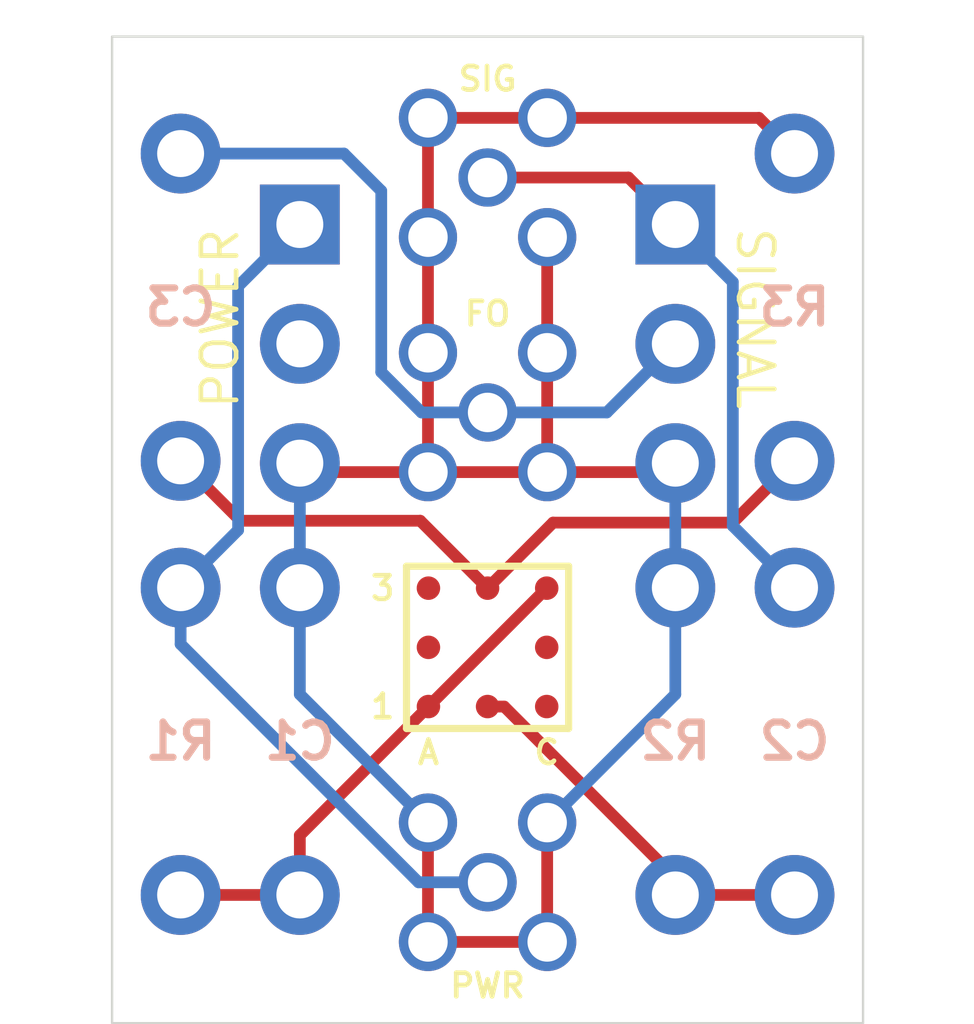
<source format=kicad_pcb>
(kicad_pcb (version 20240108) (generator "pcbnew") (generator_version "8.0")
  (layers (0 "F.Cu" signal) (31 "B.Cu" signal) (34 "B.Paste" user) (35 "F.Paste" user) (36 "B.SilkS" user "B.Silkscreen") (37 "F.SilkS" user "F.Silkscreen") (38 "B.Mask" user) (39 "F.Mask" user) (44 "Edge.Cuts" user))
  (net 0 "")
  (net 1 "GND")
  (net 2 "Net-(C1-+)")
  (net 3 "Net-(C2-+)")
  (net 4 "SIG")
  (net 5 "HV+")
  (net 7 "F-OUT")
  (net 8 "Net-(C3-+)")
  (footprint "Connector_Coaxial:MMCX_Molex_73415-1471_Vertical" (layer "F.Cu") (at 150 105)
    (property "Reference" "J-PWR-2" (hide yes))
    (property "Value" "Conn_01x02_Pin" (hide yes))
    (pad "1" thru_hole circle (at 0 0) (size 1.24 1.24) (drill 0.84) (layers "*.Cu" "*.Mask" "In1.Cu" "In2.Cu" "In3.Cu" "In4.Cu" "In5.Cu" "In6.Cu" "In7.Cu" "In8.Cu" "In9.Cu" "In10.Cu" "In11.Cu" "In12.Cu" "In13.Cu" "In14.Cu" "In15.Cu" "In16.Cu" "In17.Cu" "In18.Cu" "In19.Cu" "In20.Cu" "In21.Cu" "In22.Cu" "In23.Cu" "In24.Cu" "In25.Cu" "In26.Cu" "In27.Cu" "In28.Cu" "In29.Cu" "In30.Cu") (net 5 "HV+"))
    (pad "2" thru_hole circle (at -1.27 -1.27) (size 1.24 1.24) (drill 0.84) (layers "*.Cu" "*.Mask" "In1.Cu" "In2.Cu" "In3.Cu" "In4.Cu" "In5.Cu" "In6.Cu" "In7.Cu" "In8.Cu" "In9.Cu" "In10.Cu" "In11.Cu" "In12.Cu" "In13.Cu" "In14.Cu" "In15.Cu" "In16.Cu" "In17.Cu" "In18.Cu" "In19.Cu" "In20.Cu" "In21.Cu" "In22.Cu" "In23.Cu" "In24.Cu" "In25.Cu" "In26.Cu" "In27.Cu" "In28.Cu" "In29.Cu" "In30.Cu") (net 1 "GND"))
    (pad "2" thru_hole circle (at -1.27 1.27) (size 1.24 1.24) (drill 0.84) (layers "*.Cu" "*.Mask" "In1.Cu" "In2.Cu" "In3.Cu" "In4.Cu" "In5.Cu" "In6.Cu" "In7.Cu" "In8.Cu" "In9.Cu" "In10.Cu" "In11.Cu" "In12.Cu" "In13.Cu" "In14.Cu" "In15.Cu" "In16.Cu" "In17.Cu" "In18.Cu" "In19.Cu" "In20.Cu" "In21.Cu" "In22.Cu" "In23.Cu" "In24.Cu" "In25.Cu" "In26.Cu" "In27.Cu" "In28.Cu" "In29.Cu" "In30.Cu") (net 1 "GND"))
    (pad "2" thru_hole circle (at 1.27 -1.27) (size 1.24 1.24) (drill 0.84) (layers "*.Cu" "*.Mask" "In1.Cu" "In2.Cu" "In3.Cu" "In4.Cu" "In5.Cu" "In6.Cu" "In7.Cu" "In8.Cu" "In9.Cu" "In10.Cu" "In11.Cu" "In12.Cu" "In13.Cu" "In14.Cu" "In15.Cu" "In16.Cu" "In17.Cu" "In18.Cu" "In19.Cu" "In20.Cu" "In21.Cu" "In22.Cu" "In23.Cu" "In24.Cu" "In25.Cu" "In26.Cu" "In27.Cu" "In28.Cu" "In29.Cu" "In30.Cu") (net 1 "GND"))
    (pad "2" thru_hole circle (at 1.27 1.27) (size 1.24 1.24) (drill 0.84) (layers "*.Cu" "*.Mask" "In1.Cu" "In2.Cu" "In3.Cu" "In4.Cu" "In5.Cu" "In6.Cu" "In7.Cu" "In8.Cu" "In9.Cu" "In10.Cu" "In11.Cu" "In12.Cu" "In13.Cu" "In14.Cu" "In15.Cu" "In16.Cu" "In17.Cu" "In18.Cu" "In19.Cu" "In20.Cu" "In21.Cu" "In22.Cu" "In23.Cu" "In24.Cu" "In25.Cu" "In26.Cu" "In27.Cu" "In28.Cu" "In29.Cu" "In30.Cu") (net 1 "GND"))
  )
  (footprint "Custom_ThroughHole:PinHeader_1x04_P2.54mm_Vertical_Spaced_Mini" (layer "F.Cu") (at 156.54 92.76 180)
    (property "Reference" "R3" (at 0 0 -0) (layer "B.SilkS") (effects (font (size 0.75 0.75)) (justify mirror)))
    (property "Value" "R")
    (pad "1" thru_hole oval (at 0 -3.27 180) (size 1.7 1.7) (drill 1) (layers "*.Cu" "*.Mask" "In1.Cu" "In2.Cu" "In3.Cu" "In4.Cu" "In5.Cu" "In6.Cu" "In7.Cu" "In8.Cu" "In9.Cu" "In10.Cu" "In11.Cu" "In12.Cu" "In13.Cu" "In14.Cu" "In15.Cu" "In16.Cu" "In17.Cu" "In18.Cu" "In19.Cu" "In20.Cu" "In21.Cu" "In22.Cu" "In23.Cu" "In24.Cu" "In25.Cu" "In26.Cu" "In27.Cu" "In28.Cu" "In29.Cu" "In30.Cu") (net 8 "Net-(C3-+)"))
    (pad "2" thru_hole oval (at 0 3.27 180) (size 1.7 1.7) (drill 1) (layers "*.Cu" "*.Mask" "In1.Cu" "In2.Cu" "In3.Cu" "In4.Cu" "In5.Cu" "In6.Cu" "In7.Cu" "In8.Cu" "In9.Cu" "In10.Cu" "In11.Cu" "In12.Cu" "In13.Cu" "In14.Cu" "In15.Cu" "In16.Cu" "In17.Cu" "In18.Cu" "In19.Cu" "In20.Cu" "In21.Cu" "In22.Cu" "In23.Cu" "In24.Cu" "In25.Cu" "In26.Cu" "In27.Cu" "In28.Cu" "In29.Cu" "In30.Cu") (net 1 "GND"))
  )
  (footprint "Connector_PinHeader_2.54mm:PinHeader_1x03_P2.54mm_Vertical" (layer "F.Cu") (at 154 91)
    (property "Reference" "J-SIG1" (hide yes))
    (property "Value" "Conn_01x03_Pin" (hide yes))
    (pad "1" thru_hole rect (at 0 0) (size 1.7 1.7) (drill 1) (layers "*.Cu" "*.Mask" "In1.Cu" "In2.Cu" "In3.Cu" "In4.Cu" "In5.Cu" "In6.Cu" "In7.Cu" "In8.Cu" "In9.Cu" "In10.Cu" "In11.Cu" "In12.Cu" "In13.Cu" "In14.Cu" "In15.Cu" "In16.Cu" "In17.Cu" "In18.Cu" "In19.Cu" "In20.Cu" "In21.Cu" "In22.Cu" "In23.Cu" "In24.Cu" "In25.Cu" "In26.Cu" "In27.Cu" "In28.Cu" "In29.Cu" "In30.Cu") (net 4 "SIG"))
    (pad "2" thru_hole oval (at 0 2.54) (size 1.7 1.7) (drill 1) (layers "*.Cu" "*.Mask" "In1.Cu" "In2.Cu" "In3.Cu" "In4.Cu" "In5.Cu" "In6.Cu" "In7.Cu" "In8.Cu" "In9.Cu" "In10.Cu" "In11.Cu" "In12.Cu" "In13.Cu" "In14.Cu" "In15.Cu" "In16.Cu" "In17.Cu" "In18.Cu" "In19.Cu" "In20.Cu" "In21.Cu" "In22.Cu" "In23.Cu" "In24.Cu" "In25.Cu" "In26.Cu" "In27.Cu" "In28.Cu" "In29.Cu" "In30.Cu") (net 7 "F-OUT"))
    (pad "3" thru_hole oval (at 0 5.08) (size 1.7 1.7) (drill 1) (layers "*.Cu" "*.Mask" "In1.Cu" "In2.Cu" "In3.Cu" "In4.Cu" "In5.Cu" "In6.Cu" "In7.Cu" "In8.Cu" "In9.Cu" "In10.Cu" "In11.Cu" "In12.Cu" "In13.Cu" "In14.Cu" "In15.Cu" "In16.Cu" "In17.Cu" "In18.Cu" "In19.Cu" "In20.Cu" "In21.Cu" "In22.Cu" "In23.Cu" "In24.Cu" "In25.Cu" "In26.Cu" "In27.Cu" "In28.Cu" "In29.Cu" "In30.Cu") (net 1 "GND"))
  )
  (footprint "SiPM-ONS:ONS-MICROFJ-30050" (layer "F.Cu") (at 150 100 90)
    (property "Reference" "D1" (hide yes))
    (property "Value" "~" (hide yes))
    (fp_line (start 1.7272 -1.7272) (end -1.7272 -1.7272) (stroke (width 0.1524)) (layer "F.SilkS"))
    (fp_line (start -1.7272 -1.7272) (end -1.7272 1.7272) (stroke (width 0.1524)) (layer "F.SilkS"))
    (fp_line (start 1.7272 1.7272) (end 1.7272 -1.7272) (stroke (width 0.1524)) (layer "F.SilkS"))
    (fp_line (start -1.7272 1.7272) (end 1.7272 1.7272) (stroke (width 0.1524)) (layer "F.SilkS"))
    (fp_text user "3" (at 1.26 -2.2352 0) (layer "F.SilkS") (effects (font (size 0.5 0.5) (thickness 0.1) (bold yes))))
    (fp_text user "1" (at -1.26 -2.2352 0) (layer "F.SilkS") (effects (font (size 0.5 0.5) (thickness 0.1) (bold yes))))
    (fp_text user "A" (at -2.2352 -1.260094 0) (layer "F.SilkS") (effects (font (size 0.5 0.5) (thickness 0.1) (bold yes))))
    (fp_text user "C" (at -2.2352 1.260094 0) (layer "F.SilkS") (effects (font (size 0.5 0.5) (thickness 0.1) (bold yes))))
    (pad "A1" smd circle (at -1.26 -1.260094 90) (size 0.5 0.5) (layers "F.Cu" "F.Paste" "F.Mask") (net 2 "Net-(C1-+)"))
    (pad "A2" smd circle (at 0 -1.260094 90) (size 0.5 0.5) (layers "F.Cu" "F.Paste" "F.Mask"))
    (pad "A3" smd circle (at 1.26 -1.260094 90) (size 0.5 0.5) (layers "F.Cu" "F.Paste" "F.Mask"))
    (pad "B1" smd circle (at -1.26 0 90) (size 0.5 0.5) (layers "F.Cu" "F.Paste" "F.Mask") (net 3 "Net-(C2-+)"))
    (pad "B3" smd circle (at 1.26 0 90) (size 0.5 0.5) (layers "F.Cu" "F.Paste" "F.Mask") (net 8 "Net-(C3-+)"))
    (pad "C1" smd circle (at -1.26 1.260094 90) (size 0.5 0.5) (layers "F.Cu" "F.Paste" "F.Mask"))
    (pad "C2" smd circle (at 0 1.260094 90) (size 0.5 0.5) (layers "F.Cu" "F.Paste" "F.Mask"))
    (pad "C3" smd circle (at 1.26 1.260094 90) (size 0.5 0.5) (layers "F.Cu" "F.Paste" "F.Mask") (net 2 "Net-(C1-+)"))
  )
  (footprint "Custom_ThroughHole:PinHeader_1x04_P2.54mm_Vertical_Spaced_Mini" (layer "F.Cu") (at 146 102 180)
    (property "Reference" "C1" (at 0 0 -0) (layer "B.SilkS") (effects (font (size 0.75 0.75)) (justify mirror)))
    (property "Value" "C")
    (pad "1" thru_hole oval (at 0 -3.27 180) (size 1.7 1.7) (drill 1) (layers "*.Cu" "*.Mask" "In1.Cu" "In2.Cu" "In3.Cu" "In4.Cu" "In5.Cu" "In6.Cu" "In7.Cu" "In8.Cu" "In9.Cu" "In10.Cu" "In11.Cu" "In12.Cu" "In13.Cu" "In14.Cu" "In15.Cu" "In16.Cu" "In17.Cu" "In18.Cu" "In19.Cu" "In20.Cu" "In21.Cu" "In22.Cu" "In23.Cu" "In24.Cu" "In25.Cu" "In26.Cu" "In27.Cu" "In28.Cu" "In29.Cu" "In30.Cu") (net 2 "Net-(C1-+)"))
    (pad "2" thru_hole oval (at 0 3.27 180) (size 1.7 1.7) (drill 1) (layers "*.Cu" "*.Mask" "In1.Cu" "In2.Cu" "In3.Cu" "In4.Cu" "In5.Cu" "In6.Cu" "In7.Cu" "In8.Cu" "In9.Cu" "In10.Cu" "In11.Cu" "In12.Cu" "In13.Cu" "In14.Cu" "In15.Cu" "In16.Cu" "In17.Cu" "In18.Cu" "In19.Cu" "In20.Cu" "In21.Cu" "In22.Cu" "In23.Cu" "In24.Cu" "In25.Cu" "In26.Cu" "In27.Cu" "In28.Cu" "In29.Cu" "In30.Cu") (net 1 "GND"))
  )
  (footprint "Custom_ThroughHole:PinHeader_1x04_P2.54mm_Vertical_Spaced_Mini" (layer "F.Cu") (at 143.46 102)
    (property "Reference" "R1" (at 0 0 -180) (layer "B.SilkS") (effects (font (size 0.75 0.75)) (justify mirror)))
    (property "Value" "R")
    (pad "1" thru_hole oval (at 0 -3.27) (size 1.7 1.7) (drill 1) (layers "*.Cu" "*.Mask" "In1.Cu" "In2.Cu" "In3.Cu" "In4.Cu" "In5.Cu" "In6.Cu" "In7.Cu" "In8.Cu" "In9.Cu" "In10.Cu" "In11.Cu" "In12.Cu" "In13.Cu" "In14.Cu" "In15.Cu" "In16.Cu" "In17.Cu" "In18.Cu" "In19.Cu" "In20.Cu" "In21.Cu" "In22.Cu" "In23.Cu" "In24.Cu" "In25.Cu" "In26.Cu" "In27.Cu" "In28.Cu" "In29.Cu" "In30.Cu") (net 5 "HV+"))
    (pad "2" thru_hole oval (at 0 3.27) (size 1.7 1.7) (drill 1) (layers "*.Cu" "*.Mask" "In1.Cu" "In2.Cu" "In3.Cu" "In4.Cu" "In5.Cu" "In6.Cu" "In7.Cu" "In8.Cu" "In9.Cu" "In10.Cu" "In11.Cu" "In12.Cu" "In13.Cu" "In14.Cu" "In15.Cu" "In16.Cu" "In17.Cu" "In18.Cu" "In19.Cu" "In20.Cu" "In21.Cu" "In22.Cu" "In23.Cu" "In24.Cu" "In25.Cu" "In26.Cu" "In27.Cu" "In28.Cu" "In29.Cu" "In30.Cu") (net 2 "Net-(C1-+)"))
  )
  (footprint "Connector_Coaxial:MMCX_Molex_73415-1471_Vertical" (layer "F.Cu") (at 150 95)
    (property "Reference" "J-SIG-1" (hide yes))
    (property "Value" "Conn_01x02_Pin")
    (pad "1" thru_hole circle (at 0 0) (size 1.24 1.24) (drill 0.84) (layers "*.Cu" "*.Mask" "In1.Cu" "In2.Cu" "In3.Cu" "In4.Cu" "In5.Cu" "In6.Cu" "In7.Cu" "In8.Cu" "In9.Cu" "In10.Cu" "In11.Cu" "In12.Cu" "In13.Cu" "In14.Cu" "In15.Cu" "In16.Cu" "In17.Cu" "In18.Cu" "In19.Cu" "In20.Cu" "In21.Cu" "In22.Cu" "In23.Cu" "In24.Cu" "In25.Cu" "In26.Cu" "In27.Cu" "In28.Cu" "In29.Cu" "In30.Cu") (net 7 "F-OUT"))
    (pad "2" thru_hole circle (at -1.27 -1.27) (size 1.24 1.24) (drill 0.84) (layers "*.Cu" "*.Mask" "In1.Cu" "In2.Cu" "In3.Cu" "In4.Cu" "In5.Cu" "In6.Cu" "In7.Cu" "In8.Cu" "In9.Cu" "In10.Cu" "In11.Cu" "In12.Cu" "In13.Cu" "In14.Cu" "In15.Cu" "In16.Cu" "In17.Cu" "In18.Cu" "In19.Cu" "In20.Cu" "In21.Cu" "In22.Cu" "In23.Cu" "In24.Cu" "In25.Cu" "In26.Cu" "In27.Cu" "In28.Cu" "In29.Cu" "In30.Cu") (net 1 "GND"))
    (pad "2" thru_hole circle (at -1.27 1.27) (size 1.24 1.24) (drill 0.84) (layers "*.Cu" "*.Mask" "In1.Cu" "In2.Cu" "In3.Cu" "In4.Cu" "In5.Cu" "In6.Cu" "In7.Cu" "In8.Cu" "In9.Cu" "In10.Cu" "In11.Cu" "In12.Cu" "In13.Cu" "In14.Cu" "In15.Cu" "In16.Cu" "In17.Cu" "In18.Cu" "In19.Cu" "In20.Cu" "In21.Cu" "In22.Cu" "In23.Cu" "In24.Cu" "In25.Cu" "In26.Cu" "In27.Cu" "In28.Cu" "In29.Cu" "In30.Cu") (net 1 "GND"))
    (pad "2" thru_hole circle (at 1.27 -1.27) (size 1.24 1.24) (drill 0.84) (layers "*.Cu" "*.Mask" "In1.Cu" "In2.Cu" "In3.Cu" "In4.Cu" "In5.Cu" "In6.Cu" "In7.Cu" "In8.Cu" "In9.Cu" "In10.Cu" "In11.Cu" "In12.Cu" "In13.Cu" "In14.Cu" "In15.Cu" "In16.Cu" "In17.Cu" "In18.Cu" "In19.Cu" "In20.Cu" "In21.Cu" "In22.Cu" "In23.Cu" "In24.Cu" "In25.Cu" "In26.Cu" "In27.Cu" "In28.Cu" "In29.Cu" "In30.Cu") (net 1 "GND"))
    (pad "2" thru_hole circle (at 1.27 1.27) (size 1.24 1.24) (drill 0.84) (layers "*.Cu" "*.Mask" "In1.Cu" "In2.Cu" "In3.Cu" "In4.Cu" "In5.Cu" "In6.Cu" "In7.Cu" "In8.Cu" "In9.Cu" "In10.Cu" "In11.Cu" "In12.Cu" "In13.Cu" "In14.Cu" "In15.Cu" "In16.Cu" "In17.Cu" "In18.Cu" "In19.Cu" "In20.Cu" "In21.Cu" "In22.Cu" "In23.Cu" "In24.Cu" "In25.Cu" "In26.Cu" "In27.Cu" "In28.Cu" "In29.Cu" "In30.Cu") (net 1 "GND"))
  )
  (footprint "Connector_PinHeader_2.54mm:PinHeader_1x03_P2.54mm_Vertical" (layer "F.Cu") (at 146 91)
    (property "Reference" "J-PWR1" (hide yes))
    (property "Value" "Conn_01x03_Pin" (hide yes))
    (pad "1" thru_hole rect (at 0 0) (size 1.7 1.7) (drill 1) (layers "*.Cu" "*.Mask" "In1.Cu" "In2.Cu" "In3.Cu" "In4.Cu" "In5.Cu" "In6.Cu" "In7.Cu" "In8.Cu" "In9.Cu" "In10.Cu" "In11.Cu" "In12.Cu" "In13.Cu" "In14.Cu" "In15.Cu" "In16.Cu" "In17.Cu" "In18.Cu" "In19.Cu" "In20.Cu" "In21.Cu" "In22.Cu" "In23.Cu" "In24.Cu" "In25.Cu" "In26.Cu" "In27.Cu" "In28.Cu" "In29.Cu" "In30.Cu") (net 5 "HV+"))
    (pad "2" thru_hole oval (at 0 2.54) (size 1.7 1.7) (drill 1) (layers "*.Cu" "*.Mask" "In1.Cu" "In2.Cu" "In3.Cu" "In4.Cu" "In5.Cu" "In6.Cu" "In7.Cu" "In8.Cu" "In9.Cu" "In10.Cu" "In11.Cu" "In12.Cu" "In13.Cu" "In14.Cu" "In15.Cu" "In16.Cu" "In17.Cu" "In18.Cu" "In19.Cu" "In20.Cu" "In21.Cu" "In22.Cu" "In23.Cu" "In24.Cu" "In25.Cu" "In26.Cu" "In27.Cu" "In28.Cu" "In29.Cu" "In30.Cu"))
    (pad "3" thru_hole oval (at 0 5.08) (size 1.7 1.7) (drill 1) (layers "*.Cu" "*.Mask" "In1.Cu" "In2.Cu" "In3.Cu" "In4.Cu" "In5.Cu" "In6.Cu" "In7.Cu" "In8.Cu" "In9.Cu" "In10.Cu" "In11.Cu" "In12.Cu" "In13.Cu" "In14.Cu" "In15.Cu" "In16.Cu" "In17.Cu" "In18.Cu" "In19.Cu" "In20.Cu" "In21.Cu" "In22.Cu" "In23.Cu" "In24.Cu" "In25.Cu" "In26.Cu" "In27.Cu" "In28.Cu" "In29.Cu" "In30.Cu") (net 1 "GND"))
  )
  (footprint "Custom_ThroughHole:PinHeader_1x04_P2.54mm_Vertical_Spaced_Mini" (layer "F.Cu") (at 154 102 180)
    (property "Reference" "R2" (at 0 0 -180) (layer "B.SilkS") (effects (font (size 0.75 0.75)) (justify mirror)))
    (property "Value" "R")
    (pad "1" thru_hole oval (at 0 -3.27 180) (size 1.7 1.7) (drill 1) (layers "*.Cu" "*.Mask" "In1.Cu" "In2.Cu" "In3.Cu" "In4.Cu" "In5.Cu" "In6.Cu" "In7.Cu" "In8.Cu" "In9.Cu" "In10.Cu" "In11.Cu" "In12.Cu" "In13.Cu" "In14.Cu" "In15.Cu" "In16.Cu" "In17.Cu" "In18.Cu" "In19.Cu" "In20.Cu" "In21.Cu" "In22.Cu" "In23.Cu" "In24.Cu" "In25.Cu" "In26.Cu" "In27.Cu" "In28.Cu" "In29.Cu" "In30.Cu") (net 3 "Net-(C2-+)"))
    (pad "2" thru_hole oval (at 0 3.27 180) (size 1.7 1.7) (drill 1) (layers "*.Cu" "*.Mask" "In1.Cu" "In2.Cu" "In3.Cu" "In4.Cu" "In5.Cu" "In6.Cu" "In7.Cu" "In8.Cu" "In9.Cu" "In10.Cu" "In11.Cu" "In12.Cu" "In13.Cu" "In14.Cu" "In15.Cu" "In16.Cu" "In17.Cu" "In18.Cu" "In19.Cu" "In20.Cu" "In21.Cu" "In22.Cu" "In23.Cu" "In24.Cu" "In25.Cu" "In26.Cu" "In27.Cu" "In28.Cu" "In29.Cu" "In30.Cu") (net 1 "GND"))
  )
  (footprint "Connector_Coaxial:MMCX_Molex_73415-1471_Vertical" (layer "F.Cu") (at 150 90)
    (property "Reference" "J-SIG-2" (hide yes))
    (property "Value" "Conn_01x02_Pin" (hide yes))
    (pad "1" thru_hole circle (at 0 0) (size 1.24 1.24) (drill 0.84) (layers "*.Cu" "*.Mask" "In1.Cu" "In2.Cu" "In3.Cu" "In4.Cu" "In5.Cu" "In6.Cu" "In7.Cu" "In8.Cu" "In9.Cu" "In10.Cu" "In11.Cu" "In12.Cu" "In13.Cu" "In14.Cu" "In15.Cu" "In16.Cu" "In17.Cu" "In18.Cu" "In19.Cu" "In20.Cu" "In21.Cu" "In22.Cu" "In23.Cu" "In24.Cu" "In25.Cu" "In26.Cu" "In27.Cu" "In28.Cu" "In29.Cu" "In30.Cu") (net 4 "SIG"))
    (pad "2" thru_hole circle (at -1.27 -1.27) (size 1.24 1.24) (drill 0.84) (layers "*.Cu" "*.Mask" "In1.Cu" "In2.Cu" "In3.Cu" "In4.Cu" "In5.Cu" "In6.Cu" "In7.Cu" "In8.Cu" "In9.Cu" "In10.Cu" "In11.Cu" "In12.Cu" "In13.Cu" "In14.Cu" "In15.Cu" "In16.Cu" "In17.Cu" "In18.Cu" "In19.Cu" "In20.Cu" "In21.Cu" "In22.Cu" "In23.Cu" "In24.Cu" "In25.Cu" "In26.Cu" "In27.Cu" "In28.Cu" "In29.Cu" "In30.Cu") (net 1 "GND"))
    (pad "2" thru_hole circle (at -1.27 1.27) (size 1.24 1.24) (drill 0.84) (layers "*.Cu" "*.Mask" "In1.Cu" "In2.Cu" "In3.Cu" "In4.Cu" "In5.Cu" "In6.Cu" "In7.Cu" "In8.Cu" "In9.Cu" "In10.Cu" "In11.Cu" "In12.Cu" "In13.Cu" "In14.Cu" "In15.Cu" "In16.Cu" "In17.Cu" "In18.Cu" "In19.Cu" "In20.Cu" "In21.Cu" "In22.Cu" "In23.Cu" "In24.Cu" "In25.Cu" "In26.Cu" "In27.Cu" "In28.Cu" "In29.Cu" "In30.Cu") (net 1 "GND"))
    (pad "2" thru_hole circle (at 1.27 -1.27) (size 1.24 1.24) (drill 0.84) (layers "*.Cu" "*.Mask" "In1.Cu" "In2.Cu" "In3.Cu" "In4.Cu" "In5.Cu" "In6.Cu" "In7.Cu" "In8.Cu" "In9.Cu" "In10.Cu" "In11.Cu" "In12.Cu" "In13.Cu" "In14.Cu" "In15.Cu" "In16.Cu" "In17.Cu" "In18.Cu" "In19.Cu" "In20.Cu" "In21.Cu" "In22.Cu" "In23.Cu" "In24.Cu" "In25.Cu" "In26.Cu" "In27.Cu" "In28.Cu" "In29.Cu" "In30.Cu") (net 1 "GND"))
    (pad "2" thru_hole circle (at 1.27 1.27) (size 1.24 1.24) (drill 0.84) (layers "*.Cu" "*.Mask" "In1.Cu" "In2.Cu" "In3.Cu" "In4.Cu" "In5.Cu" "In6.Cu" "In7.Cu" "In8.Cu" "In9.Cu" "In10.Cu" "In11.Cu" "In12.Cu" "In13.Cu" "In14.Cu" "In15.Cu" "In16.Cu" "In17.Cu" "In18.Cu" "In19.Cu" "In20.Cu" "In21.Cu" "In22.Cu" "In23.Cu" "In24.Cu" "In25.Cu" "In26.Cu" "In27.Cu" "In28.Cu" "In29.Cu" "In30.Cu") (net 1 "GND"))
  )
  (footprint "Custom_ThroughHole:PinHeader_1x04_P2.54mm_Vertical_Spaced_Mini" (layer "F.Cu") (at 143.46 92.76 180)
    (property "Reference" "C3" (at 0 0 -0) (layer "B.SilkS") (effects (font (size 0.75 0.75)) (justify mirror)))
    (property "Value" "C")
    (pad "1" thru_hole oval (at 0 -3.27 180) (size 1.7 1.7) (drill 1) (layers "*.Cu" "*.Mask" "In1.Cu" "In2.Cu" "In3.Cu" "In4.Cu" "In5.Cu" "In6.Cu" "In7.Cu" "In8.Cu" "In9.Cu" "In10.Cu" "In11.Cu" "In12.Cu" "In13.Cu" "In14.Cu" "In15.Cu" "In16.Cu" "In17.Cu" "In18.Cu" "In19.Cu" "In20.Cu" "In21.Cu" "In22.Cu" "In23.Cu" "In24.Cu" "In25.Cu" "In26.Cu" "In27.Cu" "In28.Cu" "In29.Cu" "In30.Cu") (net 8 "Net-(C3-+)"))
    (pad "2" thru_hole oval (at 0 3.27 180) (size 1.7 1.7) (drill 1) (layers "*.Cu" "*.Mask" "In1.Cu" "In2.Cu" "In3.Cu" "In4.Cu" "In5.Cu" "In6.Cu" "In7.Cu" "In8.Cu" "In9.Cu" "In10.Cu" "In11.Cu" "In12.Cu" "In13.Cu" "In14.Cu" "In15.Cu" "In16.Cu" "In17.Cu" "In18.Cu" "In19.Cu" "In20.Cu" "In21.Cu" "In22.Cu" "In23.Cu" "In24.Cu" "In25.Cu" "In26.Cu" "In27.Cu" "In28.Cu" "In29.Cu" "In30.Cu") (net 7 "F-OUT"))
  )
  (footprint "Custom_ThroughHole:PinHeader_1x04_P2.54mm_Vertical_Spaced_Mini" (layer "F.Cu") (at 156.54 102 180)
    (property "Reference" "C2" (at 0 0 -0) (layer "B.SilkS") (effects (font (size 0.75 0.75)) (justify mirror)))
    (property "Value" "C")
    (pad "1" thru_hole oval (at 0 -3.27 180) (size 1.7 1.7) (drill 1) (layers "*.Cu" "*.Mask" "In1.Cu" "In2.Cu" "In3.Cu" "In4.Cu" "In5.Cu" "In6.Cu" "In7.Cu" "In8.Cu" "In9.Cu" "In10.Cu" "In11.Cu" "In12.Cu" "In13.Cu" "In14.Cu" "In15.Cu" "In16.Cu" "In17.Cu" "In18.Cu" "In19.Cu" "In20.Cu" "In21.Cu" "In22.Cu" "In23.Cu" "In24.Cu" "In25.Cu" "In26.Cu" "In27.Cu" "In28.Cu" "In29.Cu" "In30.Cu") (net 3 "Net-(C2-+)"))
    (pad "2" thru_hole oval (at 0 3.27 180) (size 1.7 1.7) (drill 1) (layers "*.Cu" "*.Mask" "In1.Cu" "In2.Cu" "In3.Cu" "In4.Cu" "In5.Cu" "In6.Cu" "In7.Cu" "In8.Cu" "In9.Cu" "In10.Cu" "In11.Cu" "In12.Cu" "In13.Cu" "In14.Cu" "In15.Cu" "In16.Cu" "In17.Cu" "In18.Cu" "In19.Cu" "In20.Cu" "In21.Cu" "In22.Cu" "In23.Cu" "In24.Cu" "In25.Cu" "In26.Cu" "In27.Cu" "In28.Cu" "In29.Cu" "In30.Cu") (net 4 "SIG"))
  )
  (gr_rect (start 142 87) (end 158 108) (stroke (width 0.05)) (fill none) (layer "Edge.Cuts"))
  (gr_text "POWER" (at 144.3 93 90) (layer "F.SilkS") (effects (font (size 0.75 0.75) (thickness 0.1))))
  (gr_text "SIGNAL" (at 155.7 93 -90) (layer "F.SilkS") (effects (font (size 0.75 0.75) (thickness 0.1))))
  (gr_text "SIG" (at 150 87.9 -0) (layer "F.SilkS") (effects (font (size 0.5 0.5) (thickness 0.1))))
  (gr_text "FO" (at 150 92.9 -0) (layer "F.SilkS") (effects (font (size 0.5 0.5) (thickness 0.1))))
  (gr_text "PWR" (at 150 107.2 -0) (layer "F.SilkS") (effects (font (size 0.5 0.5) (thickness 0.1))))
  (segment (start 148.73 96.27) (end 146.19 96.27) (width 0.25) (layer "F.Cu") (net 1))
  (segment (start 148.73 96.27) (end 151.27 96.27) (width 0.25) (layer "F.Cu") (net 1))
  (segment (start 148.73 88.73) (end 151.27 88.73) (width 0.25) (layer "F.Cu") (net 1))
  (segment (start 146.19 96.27) (end 146 96.08) (width 0.25) (layer "F.Cu") (net 1))
  (segment (start 151.27 106.27) (end 151.27 103.73) (width 0.25) (layer "F.Cu") (net 1))
  (segment (start 151.27 91.27) (end 151.27 93.73) (width 0.25) (layer "F.Cu") (net 1))
  (segment (start 151.27 96.27) (end 151.27 93.73) (width 0.25) (layer "F.Cu") (net 1))
  (segment (start 151.27 96.27) (end 153.81 96.27) (width 0.25) (layer "F.Cu") (net 1))
  (segment (start 148.73 103.73) (end 148.73 106.27) (width 0.25) (layer "F.Cu") (net 1))
  (segment (start 151.27 106.27) (end 148.73 106.27) (width 0.25) (layer "F.Cu") (net 1))
  (segment (start 153.81 96.27) (end 154 96.08) (width 0.25) (layer "F.Cu") (net 1))
  (segment (start 148.73 88.73) (end 148.73 91.27) (width 0.25) (layer "F.Cu") (net 1))
  (segment (start 148.73 96.27) (end 148.73 93.73) (width 0.25) (layer "F.Cu") (net 1))
  (segment (start 148.73 91.27) (end 148.73 93.73) (width 0.25) (layer "F.Cu") (net 1))
  (segment (start 151.27 88.73) (end 155.78 88.73) (width 0.25) (layer "F.Cu") (net 1))
  (segment (start 155.78 88.73) (end 156.54 89.49) (width 0.25) (layer "F.Cu") (net 1))
  (segment (start 146 98.73) (end 146 101) (width 0.25) (layer "B.Cu") (net 1))
  (segment (start 154 101) (end 154 98.73) (width 0.25) (layer "B.Cu") (net 1))
  (segment (start 146 101) (end 148.73 103.73) (width 0.25) (layer "B.Cu") (net 1))
  (segment (start 151.27 103.73) (end 154 101) (width 0.25) (layer "B.Cu") (net 1))
  (segment (start 154 98.73) (end 154 96.08) (width 0.25) (layer "B.Cu") (net 1))
  (segment (start 146 98.73) (end 146 96.08) (width 0.25) (layer "B.Cu") (net 1))
  (segment (start 146 105.27) (end 146 103.999906) (width 0.25) (layer "F.Cu") (net 2))
  (segment (start 151.259906 98.74) (end 151.260094 98.74) (width 0.25) (layer "F.Cu") (net 2))
  (segment (start 148.739906 101.26) (end 151.259906 98.74) (width 0.25) (layer "F.Cu") (net 2))
  (segment (start 146 103.999906) (end 148.739906 101.26) (width 0.25) (layer "F.Cu") (net 2))
  (segment (start 146 105.27) (end 143.46 105.27) (width 0.25) (layer "F.Cu") (net 2))
  (segment (start 156.54 105.27) (end 154 105.27) (width 0.25) (layer "F.Cu") (net 3))
  (segment (start 150 101.26) (end 150.353553 101.26) (width 0.25) (layer "F.Cu") (net 3))
  (segment (start 150.353553 101.26) (end 154 104.906447) (width 0.25) (layer "F.Cu") (net 3))
  (segment (start 154 104.906447) (end 154 105.27) (width 0.25) (layer "F.Cu") (net 3))
  (segment (start 150 90) (end 153 90) (width 0.25) (layer "F.Cu") (net 4))
  (segment (start 153 90) (end 154 91) (width 0.25) (layer "F.Cu") (net 4))
  (segment (start 155.225 97.415) (end 155.225 92.225) (width 0.25) (layer "B.Cu") (net 4))
  (segment (start 156.54 98.73) (end 155.225 97.415) (width 0.25) (layer "B.Cu") (net 4))
  (segment (start 155.225 92.225) (end 154 91) (width 0.25) (layer "B.Cu") (net 4))
  (segment (start 148.527919 105) (end 150 105) (width 0.25) (layer "B.Cu") (net 5))
  (segment (start 144.685 92.315) (end 146 91) (width 0.25) (layer "B.Cu") (net 5))
  (segment (start 144.685 97.505) (end 144.685 92.315) (width 0.25) (layer "B.Cu") (net 5))
  (segment (start 143.46 98.73) (end 143.46 99.932081) (width 0.25) (layer "B.Cu") (net 5))
  (segment (start 143.46 99.932081) (end 148.527919 105) (width 0.25) (layer "B.Cu") (net 5))
  (segment (start 143.46 98.73) (end 144.685 97.505) (width 0.25) (layer "B.Cu") (net 5))
  (segment (start 147.735 90.285) (end 147.735 94.142143) (width 0.25) (layer "B.Cu") (net 7))
  (segment (start 146.94 89.49) (end 147.735 90.285) (width 0.25) (layer "B.Cu") (net 7))
  (segment (start 150 95) (end 152.54 95) (width 0.25) (layer "B.Cu") (net 7))
  (segment (start 152.54 95) (end 154 93.54) (width 0.25) (layer "B.Cu") (net 7))
  (segment (start 143.46 89.49) (end 146.94 89.49) (width 0.25) (layer "B.Cu") (net 7))
  (segment (start 148.592857 95) (end 150 95) (width 0.25) (layer "B.Cu") (net 7))
  (segment (start 147.735 94.142143) (end 148.592857 95) (width 0.25) (layer "B.Cu") (net 7))
  (segment (start 155.225 97.345) (end 151.395 97.345) (width 0.25) (layer "F.Cu") (net 8))
  (segment (start 148.565 97.305) (end 150 98.74) (width 0.25) (layer "F.Cu") (net 8))
  (segment (start 151.395 97.345) (end 150 98.74) (width 0.25) (layer "F.Cu") (net 8))
  (segment (start 143.46 96.03) (end 144.735 97.305) (width 0.25) (layer "F.Cu") (net 8))
  (segment (start 156.54 96.03) (end 155.225 97.345) (width 0.25) (layer "F.Cu") (net 8))
  (segment (start 144.735 97.305) (end 148.565 97.305) (width 0.25) (layer "F.Cu") (net 8))
)
</source>
